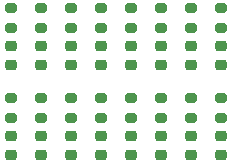
<source format=gbr>
%TF.GenerationSoftware,KiCad,Pcbnew,7.0.6*%
%TF.CreationDate,2023-12-16T12:44:14+09:00*%
%TF.ProjectId,BallSensor_TSSP58038_20230330,42616c6c-5365-46e7-936f-725f54535350,rev?*%
%TF.SameCoordinates,Original*%
%TF.FileFunction,Paste,Bot*%
%TF.FilePolarity,Positive*%
%FSLAX46Y46*%
G04 Gerber Fmt 4.6, Leading zero omitted, Abs format (unit mm)*
G04 Created by KiCad (PCBNEW 7.0.6) date 2023-12-16 12:44:14*
%MOMM*%
%LPD*%
G01*
G04 APERTURE LIST*
G04 Aperture macros list*
%AMRoundRect*
0 Rectangle with rounded corners*
0 $1 Rounding radius*
0 $2 $3 $4 $5 $6 $7 $8 $9 X,Y pos of 4 corners*
0 Add a 4 corners polygon primitive as box body*
4,1,4,$2,$3,$4,$5,$6,$7,$8,$9,$2,$3,0*
0 Add four circle primitives for the rounded corners*
1,1,$1+$1,$2,$3*
1,1,$1+$1,$4,$5*
1,1,$1+$1,$6,$7*
1,1,$1+$1,$8,$9*
0 Add four rect primitives between the rounded corners*
20,1,$1+$1,$2,$3,$4,$5,0*
20,1,$1+$1,$4,$5,$6,$7,0*
20,1,$1+$1,$6,$7,$8,$9,0*
20,1,$1+$1,$8,$9,$2,$3,0*%
G04 Aperture macros list end*
%ADD10RoundRect,0.200000X-0.275000X0.200000X-0.275000X-0.200000X0.275000X-0.200000X0.275000X0.200000X0*%
%ADD11RoundRect,0.225000X-0.250000X0.225000X-0.250000X-0.225000X0.250000X-0.225000X0.250000X0.225000X0*%
G04 APERTURE END LIST*
D10*
%TO.C,R3*%
X109855000Y-63310000D03*
X109855000Y-64960000D03*
%TD*%
D11*
%TO.C,C5*%
X107315000Y-66535000D03*
X107315000Y-68085000D03*
%TD*%
D10*
%TO.C,R15*%
X94615000Y-63310000D03*
X94615000Y-64960000D03*
%TD*%
D11*
%TO.C,C8*%
X102235000Y-74155000D03*
X102235000Y-75705000D03*
%TD*%
%TO.C,C10*%
X99695000Y-74155000D03*
X99695000Y-75705000D03*
%TD*%
D10*
%TO.C,R2*%
X109855000Y-70930000D03*
X109855000Y-72580000D03*
%TD*%
D11*
%TO.C,C4*%
X107315000Y-74155000D03*
X107315000Y-75705000D03*
%TD*%
D10*
%TO.C,R4*%
X107315000Y-70930000D03*
X107315000Y-72580000D03*
%TD*%
D11*
%TO.C,C9*%
X102235000Y-66535000D03*
X102235000Y-68085000D03*
%TD*%
D10*
%TO.C,R6*%
X104775000Y-70930000D03*
X104775000Y-72580000D03*
%TD*%
%TO.C,R9*%
X102235000Y-63310000D03*
X102235000Y-64960000D03*
%TD*%
D11*
%TO.C,C7*%
X104775000Y-66535000D03*
X104775000Y-68085000D03*
%TD*%
%TO.C,C14*%
X94615000Y-74155000D03*
X94615000Y-75705000D03*
%TD*%
D10*
%TO.C,R10*%
X99695000Y-70930000D03*
X99695000Y-72580000D03*
%TD*%
D11*
%TO.C,C2*%
X109855000Y-74155000D03*
X109855000Y-75705000D03*
%TD*%
%TO.C,C13*%
X97155000Y-66535000D03*
X97155000Y-68085000D03*
%TD*%
%TO.C,C6*%
X104775000Y-74155000D03*
X104775000Y-75705000D03*
%TD*%
D10*
%TO.C,R14*%
X94615000Y-70930000D03*
X94615000Y-72580000D03*
%TD*%
%TO.C,R5*%
X107315000Y-63310000D03*
X107315000Y-64960000D03*
%TD*%
D11*
%TO.C,C15*%
X94615000Y-66535000D03*
X94615000Y-68085000D03*
%TD*%
%TO.C,C3*%
X109855000Y-66535000D03*
X109855000Y-68085000D03*
%TD*%
D10*
%TO.C,R16*%
X92075000Y-70930000D03*
X92075000Y-72580000D03*
%TD*%
%TO.C,R8*%
X102235000Y-70930000D03*
X102235000Y-72580000D03*
%TD*%
%TO.C,R17*%
X92075000Y-63310000D03*
X92075000Y-64960000D03*
%TD*%
D11*
%TO.C,C17*%
X92075000Y-66535000D03*
X92075000Y-68085000D03*
%TD*%
%TO.C,C12*%
X97155000Y-74155000D03*
X97155000Y-75705000D03*
%TD*%
D10*
%TO.C,R13*%
X97155000Y-63310000D03*
X97155000Y-64960000D03*
%TD*%
%TO.C,R12*%
X97155000Y-70930000D03*
X97155000Y-72580000D03*
%TD*%
%TO.C,R7*%
X104775000Y-63310000D03*
X104775000Y-64960000D03*
%TD*%
%TO.C,R11*%
X99695000Y-63310000D03*
X99695000Y-64960000D03*
%TD*%
D11*
%TO.C,C11*%
X99695000Y-66535000D03*
X99695000Y-68085000D03*
%TD*%
%TO.C,C16*%
X92075000Y-74155000D03*
X92075000Y-75705000D03*
%TD*%
M02*

</source>
